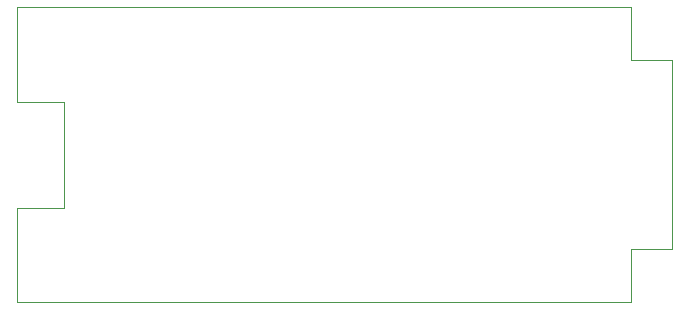
<source format=gbr>
%TF.GenerationSoftware,KiCad,Pcbnew,9.0.3-1.fc42*%
%TF.CreationDate,2025-07-19T22:58:11+02:00*%
%TF.ProjectId,yasio,79617369-6f2e-46b6-9963-61645f706362,rev?*%
%TF.SameCoordinates,Original*%
%TF.FileFunction,Profile,NP*%
%FSLAX46Y46*%
G04 Gerber Fmt 4.6, Leading zero omitted, Abs format (unit mm)*
G04 Created by KiCad (PCBNEW 9.0.3-1.fc42) date 2025-07-19 22:58:11*
%MOMM*%
%LPD*%
G01*
G04 APERTURE LIST*
%TA.AperFunction,Profile*%
%ADD10C,0.050000*%
%TD*%
G04 APERTURE END LIST*
D10*
X152000000Y-104500000D02*
X155500000Y-104500000D01*
X155500000Y-120500000D01*
X152000000Y-120500000D01*
X152000000Y-125000000D01*
X100000000Y-125000000D01*
X100000000Y-117000000D01*
X104000000Y-117000000D01*
X104000000Y-108000000D01*
X100000000Y-108000000D01*
X100000000Y-100000000D01*
X152000000Y-100000000D01*
X152000000Y-104500000D01*
M02*

</source>
